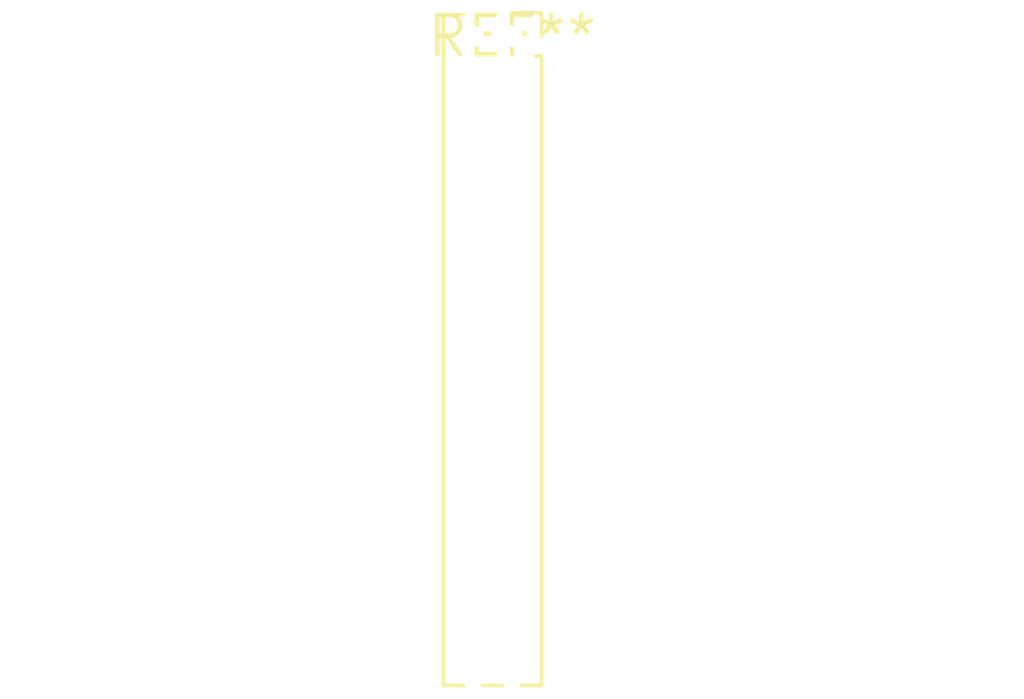
<source format=kicad_pcb>
(kicad_pcb (version 20240108) (generator pcbnew)
  (layers (0 "F.Cu" signal) (31 "B.Cu" signal) (34 "B.Paste" user) (35 "F.Paste" user) (36 "B.SilkS" user "B.Silkscreen") (37 "F.SilkS" user "F.Silkscreen") (38 "B.Mask" user) (39 "F.Mask" user) (44 "Edge.Cuts" user))
  (net 0 "")
  (footprint "PinSocket_2x17_P1.27mm_Vertical" (layer "F.Cu") (at 0 0)
    (property "Reference" "REF**")
    (property "Value" "PinSocket_2x17_P1.27mm_Vertical")
    (fp_line (start -2.22 -0.695) (end -2.22 21.015) (layer "F.SilkS") (stroke (width 0.12)))
    (fp_line (start -2.22 -0.695) (end -1.57753 -0.695) (layer "F.SilkS") (stroke (width 0.12)))
    (fp_line (start -2.22 21.015) (end -1.57753 21.015) (layer "F.SilkS") (stroke (width 0.12)))
    (fp_line (start -0.96247 -0.695) (end -0.76 -0.695) (layer "F.SilkS") (stroke (width 0.12)))
    (fp_line (start -0.96247 21.015) (end -0.30753 21.015) (layer "F.SilkS") (stroke (width 0.12)))
    (fp_line (start 0 -0.76) (end 0.95 -0.76) (layer "F.SilkS") (stroke (width 0.12)))
    (fp_line (start 0.30753 21.015) (end 0.95 21.015) (layer "F.SilkS") (stroke (width 0.12)))
    (fp_line (start 0.76 0.635) (end 0.95 0.635) (layer "F.SilkS") (stroke (width 0.12)))
    (fp_line (start 0.95 -0.76) (end 0.95 0) (layer "F.SilkS") (stroke (width 0.12)))
    (fp_line (start 0.95 0.635) (end 0.95 21.015) (layer "F.SilkS") (stroke (width 0.12)))
    (pad "1" thru_hole rect (at 0 0) (size 1 1) (drill 0.7) (layers *.Cu *.Mask) (remove_unused_layers))
    (pad "2" thru_hole oval (at -1.27 0) (size 1 1) (drill 0.7) (layers *.Cu *.Mask) (remove_unused_layers))
    (pad "3" thru_hole oval (at 0 1.27) (size 1 1) (drill 0.7) (layers *.Cu *.Mask) (remove_unused_layers))
    (pad "4" thru_hole oval (at -1.27 1.27) (size 1 1) (drill 0.7) (layers *.Cu *.Mask) (remove_unused_layers))
    (pad "5" thru_hole oval (at 0 2.54) (size 1 1) (drill 0.7) (layers *.Cu *.Mask) (remove_unused_layers))
    (pad "6" thru_hole oval (at -1.27 2.54) (size 1 1) (drill 0.7) (layers *.Cu *.Mask) (remove_unused_layers))
    (pad "7" thru_hole oval (at 0 3.81) (size 1 1) (drill 0.7) (layers *.Cu *.Mask) (remove_unused_layers))
    (pad "8" thru_hole oval (at -1.27 3.81) (size 1 1) (drill 0.7) (layers *.Cu *.Mask) (remove_unused_layers))
    (pad "9" thru_hole oval (at 0 5.08) (size 1 1) (drill 0.7) (layers *.Cu *.Mask) (remove_unused_layers))
    (pad "10" thru_hole oval (at -1.27 5.08) (size 1 1) (drill 0.7) (layers *.Cu *.Mask) (remove_unused_layers))
    (pad "11" thru_hole oval (at 0 6.35) (size 1 1) (drill 0.7) (layers *.Cu *.Mask) (remove_unused_layers))
    (pad "12" thru_hole oval (at -1.27 6.35) (size 1 1) (drill 0.7) (layers *.Cu *.Mask) (remove_unused_layers))
    (pad "13" thru_hole oval (at 0 7.62) (size 1 1) (drill 0.7) (layers *.Cu *.Mask) (remove_unused_layers))
    (pad "14" thru_hole oval (at -1.27 7.62) (size 1 1) (drill 0.7) (layers *.Cu *.Mask) (remove_unused_layers))
    (pad "15" thru_hole oval (at 0 8.89) (size 1 1) (drill 0.7) (layers *.Cu *.Mask) (remove_unused_layers))
    (pad "16" thru_hole oval (at -1.27 8.89) (size 1 1) (drill 0.7) (layers *.Cu *.Mask) (remove_unused_layers))
    (pad "17" thru_hole oval (at 0 10.16) (size 1 1) (drill 0.7) (layers *.Cu *.Mask) (remove_unused_layers))
    (pad "18" thru_hole oval (at -1.27 10.16) (size 1 1) (drill 0.7) (layers *.Cu *.Mask) (remove_unused_layers))
    (pad "19" thru_hole oval (at 0 11.43) (size 1 1) (drill 0.7) (layers *.Cu *.Mask) (remove_unused_layers))
    (pad "20" thru_hole oval (at -1.27 11.43) (size 1 1) (drill 0.7) (layers *.Cu *.Mask) (remove_unused_layers))
    (pad "21" thru_hole oval (at 0 12.7) (size 1 1) (drill 0.7) (layers *.Cu *.Mask) (remove_unused_layers))
    (pad "22" thru_hole oval (at -1.27 12.7) (size 1 1) (drill 0.7) (layers *.Cu *.Mask) (remove_unused_layers))
    (pad "23" thru_hole oval (at 0 13.97) (size 1 1) (drill 0.7) (layers *.Cu *.Mask) (remove_unused_layers))
    (pad "24" thru_hole oval (at -1.27 13.97) (size 1 1) (drill 0.7) (layers *.Cu *.Mask) (remove_unused_layers))
    (pad "25" thru_hole oval (at 0 15.24) (size 1 1) (drill 0.7) (layers *.Cu *.Mask) (remove_unused_layers))
    (pad "26" thru_hole oval (at -1.27 15.24) (size 1 1) (drill 0.7) (layers *.Cu *.Mask) (remove_unused_layers))
    (pad "27" thru_hole oval (at 0 16.51) (size 1 1) (drill 0.7) (layers *.Cu *.Mask) (remove_unused_layers))
    (pad "28" thru_hole oval (at -1.27 16.51) (size 1 1) (drill 0.7) (layers *.Cu *.Mask) (remove_unused_layers))
    (pad "29" thru_hole oval (at 0 17.78) (size 1 1) (drill 0.7) (layers *.Cu *.Mask) (remove_unused_layers))
    (pad "30" thru_hole oval (at -1.27 17.78) (size 1 1) (drill 0.7) (layers *.Cu *.Mask) (remove_unused_layers))
    (pad "31" thru_hole oval (at 0 19.05) (size 1 1) (drill 0.7) (layers *.Cu *.Mask) (remove_unused_layers))
    (pad "32" thru_hole oval (at -1.27 19.05) (size 1 1) (drill 0.7) (layers *.Cu *.Mask) (remove_unused_layers))
    (pad "33" thru_hole oval (at 0 20.32) (size 1 1) (drill 0.7) (layers *.Cu *.Mask) (remove_unused_layers))
    (pad "34" thru_hole oval (at -1.27 20.32) (size 1 1) (drill 0.7) (layers *.Cu *.Mask) (remove_unused_layers))
  )
)
</source>
